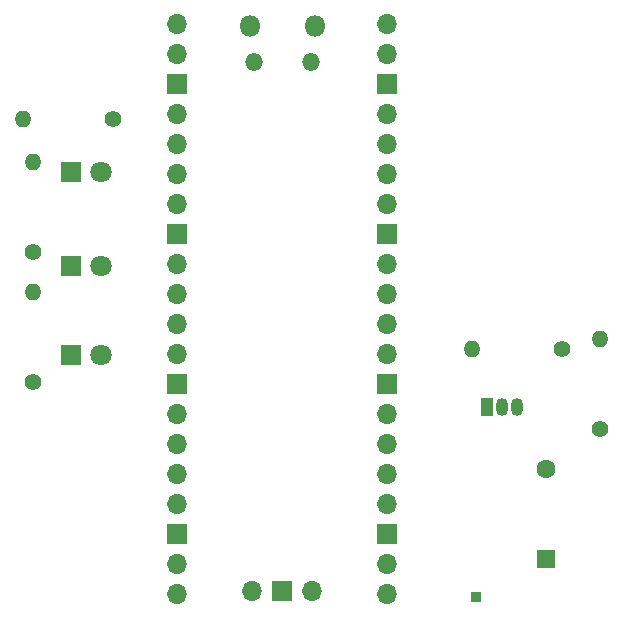
<source format=gbr>
%TF.GenerationSoftware,KiCad,Pcbnew,8.0.0*%
%TF.CreationDate,2024-04-01T00:39:21-03:00*%
%TF.ProjectId,ponderada_sem_6,706f6e64-6572-4616-9461-5f73656d5f36,rev?*%
%TF.SameCoordinates,Original*%
%TF.FileFunction,Soldermask,Bot*%
%TF.FilePolarity,Negative*%
%FSLAX46Y46*%
G04 Gerber Fmt 4.6, Leading zero omitted, Abs format (unit mm)*
G04 Created by KiCad (PCBNEW 8.0.0) date 2024-04-01 00:39:21*
%MOMM*%
%LPD*%
G01*
G04 APERTURE LIST*
%ADD10R,1.050000X1.500000*%
%ADD11O,1.050000X1.500000*%
%ADD12R,1.600000X1.600000*%
%ADD13C,1.600000*%
%ADD14O,1.800000X1.800000*%
%ADD15O,1.500000X1.500000*%
%ADD16O,1.700000X1.700000*%
%ADD17R,1.700000X1.700000*%
%ADD18R,0.850000X0.850000*%
%ADD19R,1.800000X1.800000*%
%ADD20C,1.800000*%
%ADD21C,1.400000*%
%ADD22O,1.400000X1.400000*%
G04 APERTURE END LIST*
D10*
%TO.C,T1*%
X90460000Y-78375000D03*
D11*
X91730000Y-78375000D03*
X93000000Y-78375000D03*
%TD*%
D12*
%TO.C,BZ1*%
X95500000Y-91300000D03*
D13*
X95500000Y-83700000D03*
%TD*%
D14*
%TO.C,U1*%
X70420000Y-46135000D03*
D15*
X70720000Y-49165000D03*
X75570000Y-49165000D03*
D14*
X75870000Y-46135000D03*
D16*
X64255000Y-46005000D03*
X64255000Y-48545000D03*
D17*
X64255000Y-51085000D03*
D16*
X64255000Y-53625000D03*
X64255000Y-56165000D03*
X64255000Y-58705000D03*
X64255000Y-61245000D03*
D17*
X64255000Y-63785000D03*
D16*
X64255000Y-66325000D03*
X64255000Y-68865000D03*
X64255000Y-71405000D03*
X64255000Y-73945000D03*
D17*
X64255000Y-76485000D03*
D16*
X64255000Y-79025000D03*
X64255000Y-81565000D03*
X64255000Y-84105000D03*
X64255000Y-86645000D03*
D17*
X64255000Y-89185000D03*
D16*
X64255000Y-91725000D03*
X64255000Y-94265000D03*
X82035000Y-94265000D03*
X82035000Y-91725000D03*
D17*
X82035000Y-89185000D03*
D16*
X82035000Y-86645000D03*
X82035000Y-84105000D03*
X82035000Y-81565000D03*
X82035000Y-79025000D03*
D17*
X82035000Y-76485000D03*
D16*
X82035000Y-73945000D03*
X82035000Y-71405000D03*
X82035000Y-68865000D03*
X82035000Y-66325000D03*
D17*
X82035000Y-63785000D03*
D16*
X82035000Y-61245000D03*
X82035000Y-58705000D03*
X82035000Y-56165000D03*
X82035000Y-53625000D03*
D17*
X82035000Y-51085000D03*
D16*
X82035000Y-48545000D03*
X82035000Y-46005000D03*
X70605000Y-94035000D03*
D17*
X73145000Y-94035000D03*
D16*
X75685000Y-94035000D03*
%TD*%
D18*
%TO.C,J1*%
X89500000Y-94500000D03*
%TD*%
D19*
%TO.C,D3*%
X55225000Y-74000000D03*
D20*
X57765000Y-74000000D03*
%TD*%
D19*
%TO.C,D2*%
X55225000Y-66500000D03*
D20*
X57765000Y-66500000D03*
%TD*%
D19*
%TO.C,D1*%
X55225000Y-58500000D03*
D20*
X57765000Y-58500000D03*
%TD*%
D21*
%TO.C,R4*%
X96810000Y-73500000D03*
D22*
X89190000Y-73500000D03*
%TD*%
D21*
%TO.C,R5*%
X100000000Y-80310000D03*
D22*
X100000000Y-72690000D03*
%TD*%
D21*
%TO.C,R1*%
X52000000Y-76310000D03*
D22*
X52000000Y-68690000D03*
%TD*%
D21*
%TO.C,R2*%
X52000000Y-65310000D03*
D22*
X52000000Y-57690000D03*
%TD*%
D21*
%TO.C,R3*%
X58810000Y-54000000D03*
D22*
X51190000Y-54000000D03*
%TD*%
M02*

</source>
